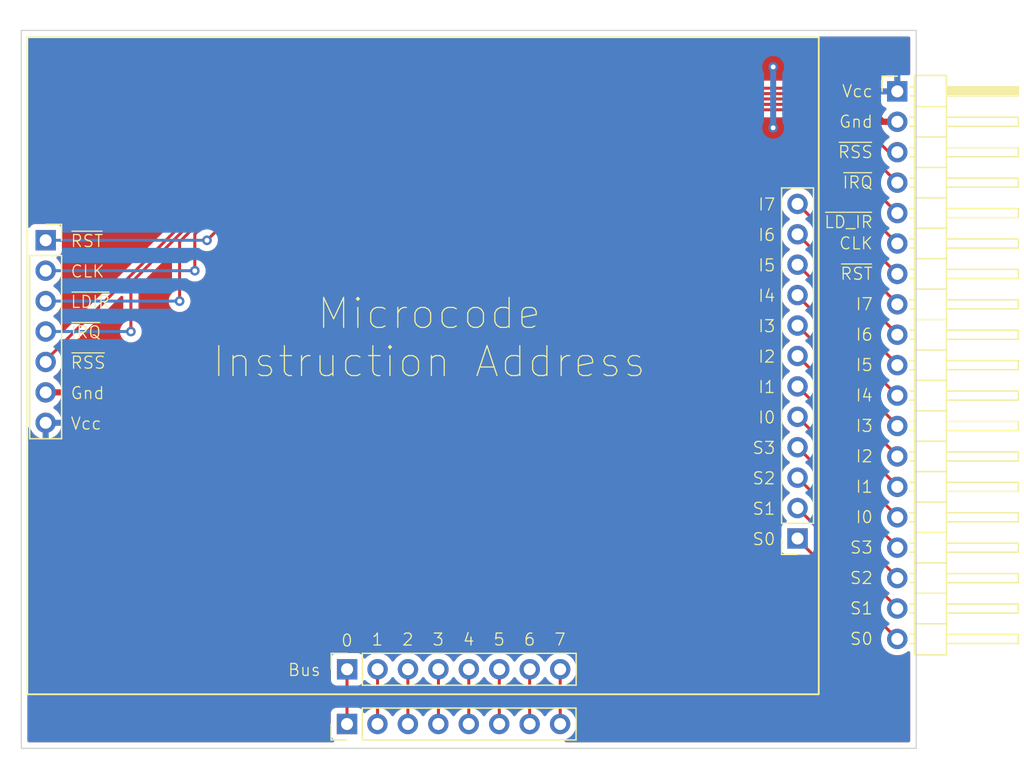
<source format=kicad_pcb>
(kicad_pcb (version 20211014) (generator pcbnew)
  (layers (0 "F.Cu" signal) (31 "B.Cu" signal) (34 "B.Paste" user) (35 "F.Paste" user) (36 "B.SilkS" user "B.Silkscreen") (37 "F.SilkS" user "F.Silkscreen") (38 "B.Mask" user) (39 "F.Mask" user) (44 "Edge.Cuts" user))
  (net 0 "")
  (net 1 "BUS0")
  (net 2 "BUS1")
  (net 3 "BUS2")
  (net 4 "BUS3")
  (net 5 "BUS4")
  (net 6 "BUS5")
  (net 7 "BUS6")
  (net 8 "BUS7")
  (net 9 "STEP0")
  (net 10 "STEP1")
  (net 11 "STEP2")
  (net 12 "STEP3")
  (net 13 "INSTRUCTION0")
  (net 14 "INSTRUCTION1")
  (net 15 "INSTRUCTION2")
  (net 16 "INSTRUCTION3")
  (net 17 "INSTRUCTION4")
  (net 18 "INSTRUCTION5")
  (net 19 "INSTRUCTION6")
  (net 20 "INSTRUCTION7")
  (net 21 "~{RESET}")
  (net 22 "CLOCK")
  (net 23 "~{LD_IR}")
  (net 24 "~{INT_REQUEST}")
  (net 25 "~{RESET_STEP}")
  (net 26 "GND")
  (net 27 "VCC")
  (footprint "Connector_PinSocket_2.54mm:PinSocket_1x12_P2.54mm_Vertical" (layer "F.Cu") (at 176.784 108.463 180)
    (fp_text reference "J3" hide)
    (fp_text value "Conn_01x12" hide)
    (fp_line (start -1.33 29.27) (end 1.33 29.27) (layer "F.SilkS") (width 0.12))
    (fp_line (start -1.33 1.27) (end 1.33 1.27) (layer "F.SilkS") (width 0.12))
    (fp_line (start 1.33 -1.33) (end 1.33 0) (layer "F.SilkS") (width 0.12))
    (fp_line (start 1.33 1.27) (end 1.33 29.27) (layer "F.SilkS") (width 0.12))
    (fp_line (start 0 -1.33) (end 1.33 -1.33) (layer "F.SilkS") (width 0.12))
    (fp_line (start -1.33 1.27) (end -1.33 29.27) (layer "F.SilkS") (width 0.12))
    (pad "1" thru_hole rect locked (at 0 0 180) (size 1.7 1.7) (drill 1) (layers *.Cu *.Mask) (net 9 "STEP0"))
    (pad "2" thru_hole oval locked (at 0 2.54 180) (size 1.7 1.7) (drill 1) (layers *.Cu *.Mask) (net 10 "STEP1"))
    (pad "3" thru_hole oval locked (at 0 5.08 180) (size 1.7 1.7) (drill 1) (layers *.Cu *.Mask) (net 11 "STEP2"))
    (pad "4" thru_hole oval locked (at 0 7.62 180) (size 1.7 1.7) (drill 1) (layers *.Cu *.Mask) (net 12 "STEP3"))
    (pad "5" thru_hole oval locked (at 0 10.16 180) (size 1.7 1.7) (drill 1) (layers *.Cu *.Mask) (net 13 "INSTRUCTION0"))
    (pad "6" thru_hole oval locked (at 0 12.7 180) (size 1.7 1.7) (drill 1) (layers *.Cu *.Mask) (net 14 "INSTRUCTION1"))
    (pad "7" thru_hole oval locked (at 0 15.24 180) (size 1.7 1.7) (drill 1) (layers *.Cu *.Mask) (net 15 "INSTRUCTION2"))
    (pad "8" thru_hole oval locked (at 0 17.78 180) (size 1.7 1.7) (drill 1) (layers *.Cu *.Mask) (net 16 "INSTRUCTION3"))
    (pad "9" thru_hole oval locked (at 0 20.32 180) (size 1.7 1.7) (drill 1) (layers *.Cu *.Mask) (net 17 "INSTRUCTION4"))
    (pad "10" thru_hole oval locked (at 0 22.86 180) (size 1.7 1.7) (drill 1) (layers *.Cu *.Mask) (net 18 "INSTRUCTION5"))
    (pad "11" thru_hole oval locked (at 0 25.4 180) (size 1.7 1.7) (drill 1) (layers *.Cu *.Mask) (net 19 "INSTRUCTION6"))
    (pad "12" thru_hole oval locked (at 0 27.94 180) (size 1.7 1.7) (drill 1) (layers *.Cu *.Mask) (net 20 "INSTRUCTION7"))
  )
  (footprint "Connector_PinSocket_2.54mm:PinSocket_1x07_P2.54mm_Vertical" (layer "F.Cu") (at 114.046 83.561)
    (fp_text reference "J5" hide)
    (fp_text value "Conn_01x07" hide)
    (fp_line (start -1.33 16.57) (end 1.33 16.57) (layer "F.SilkS") (width 0.12))
    (fp_line (start 0 -1.33) (end 1.33 -1.33) (layer "F.SilkS") (width 0.12))
    (fp_line (start -1.33 1.27) (end -1.33 16.57) (layer "F.SilkS") (width 0.12))
    (fp_line (start 1.33 1.27) (end 1.33 16.57) (layer "F.SilkS") (width 0.12))
    (fp_line (start 1.33 -1.33) (end 1.33 0) (layer "F.SilkS") (width 0.12))
    (fp_line (start -1.33 1.27) (end 1.33 1.27) (layer "F.SilkS") (width 0.12))
    (pad "1" thru_hole rect locked (at 0 0) (size 1.7 1.7) (drill 1) (layers *.Cu *.Mask) (net 21 "~{RESET}"))
    (pad "2" thru_hole oval locked (at 0 2.54) (size 1.7 1.7) (drill 1) (layers *.Cu *.Mask) (net 22 "CLOCK"))
    (pad "3" thru_hole oval locked (at 0 5.08) (size 1.7 1.7) (drill 1) (layers *.Cu *.Mask) (net 23 "~{LD_IR}"))
    (pad "4" thru_hole oval locked (at 0 7.62) (size 1.7 1.7) (drill 1) (layers *.Cu *.Mask) (net 24 "~{INT_REQUEST}"))
    (pad "5" thru_hole oval locked (at 0 10.16) (size 1.7 1.7) (drill 1) (layers *.Cu *.Mask) (net 25 "~{RESET_STEP}"))
    (pad "6" thru_hole oval locked (at 0 12.7) (size 1.7 1.7) (drill 1) (layers *.Cu *.Mask) (net 26 "GND"))
    (pad "7" thru_hole oval locked (at 0 15.24) (size 1.7 1.7) (drill 1) (layers *.Cu *.Mask) (net 27 "VCC"))
  )
  (footprint "Connector_PinSocket_2.54mm:PinSocket_1x08_P2.54mm_Vertical" (layer "F.Cu") (at 139.200834 119.38 90)
    (fp_text reference "J2" hide)
    (fp_text value "Conn_01x08" hide)
    (fp_line (start -1.33 1.27) (end -1.33 19.11) (layer "F.SilkS") (width 0.12))
    (fp_line (start 1.33 1.27) (end 1.33 19.11) (layer "F.SilkS") (width 0.12))
    (fp_line (start 1.33 -1.33) (end 1.33 0) (layer "F.SilkS") (width 0.12))
    (fp_line (start 0 -1.33) (end 1.33 -1.33) (layer "F.SilkS") (width 0.12))
    (fp_line (start -1.33 19.11) (end 1.33 19.11) (layer "F.SilkS") (width 0.12))
    (fp_line (start -1.33 1.27) (end 1.33 1.27) (layer "F.SilkS") (width 0.12))
    (pad "1" thru_hole rect locked (at 0 0 90) (size 1.7 1.7) (drill 1) (layers *.Cu *.Mask) (net 1 "BUS0"))
    (pad "2" thru_hole oval locked (at 0 2.54 90) (size 1.7 1.7) (drill 1) (layers *.Cu *.Mask) (net 2 "BUS1"))
    (pad "3" thru_hole oval locked (at 0 5.08 90) (size 1.7 1.7) (drill 1) (layers *.Cu *.Mask) (net 3 "BUS2"))
    (pad "4" thru_hole oval locked (at 0 7.62 90) (size 1.7 1.7) (drill 1) (layers *.Cu *.Mask) (net 4 "BUS3"))
    (pad "5" thru_hole oval locked (at 0 10.16 90) (size 1.7 1.7) (drill 1) (layers *.Cu *.Mask) (net 5 "BUS4"))
    (pad "6" thru_hole oval locked (at 0 12.7 90) (size 1.7 1.7) (drill 1) (layers *.Cu *.Mask) (net 6 "BUS5"))
    (pad "7" thru_hole oval locked (at 0 15.24 90) (size 1.7 1.7) (drill 1) (layers *.Cu *.Mask) (net 7 "BUS6"))
    (pad "8" thru_hole oval locked (at 0 17.78 90) (size 1.7 1.7) (drill 1) (layers *.Cu *.Mask) (net 8 "BUS7"))
  )
  (footprint "Connector_PinHeader_2.54mm:PinHeader_1x08_P2.54mm_Vertical" (layer "F.Cu") (at 139.192 123.952 90)
    (fp_text reference "J1" hide)
    (fp_text value "Conn_01x08" hide)
    (fp_line (start 1.33 1.27) (end 1.33 19.11) (layer "F.SilkS") (width 0.12))
    (fp_line (start -1.33 -1.33) (end 0 -1.33) (layer "F.SilkS") (width 0.12))
    (fp_line (start -1.33 0) (end -1.33 -1.33) (layer "F.SilkS") (width 0.12))
    (fp_line (start -1.33 1.27) (end 1.33 1.27) (layer "F.SilkS") (width 0.12))
    (fp_line (start -1.33 1.27) (end -1.33 19.11) (layer "F.SilkS") (width 0.12))
    (fp_line (start -1.33 19.11) (end 1.33 19.11) (layer "F.SilkS") (width 0.12))
    (pad "1" thru_hole rect locked (at 0 0 90) (size 1.7 1.7) (drill 1) (layers *.Cu *.Mask) (net 1 "BUS0"))
    (pad "2" thru_hole oval locked (at 0 2.54 90) (size 1.7 1.7) (drill 1) (layers *.Cu *.Mask) (net 2 "BUS1"))
    (pad "3" thru_hole oval locked (at 0 5.08 90) (size 1.7 1.7) (drill 1) (layers *.Cu *.Mask) (net 3 "BUS2"))
    (pad "4" thru_hole oval locked (at 0 7.62 90) (size 1.7 1.7) (drill 1) (layers *.Cu *.Mask) (net 4 "BUS3"))
    (pad "5" thru_hole oval locked (at 0 10.16 90) (size 1.7 1.7) (drill 1) (layers *.Cu *.Mask) (net 5 "BUS4"))
    (pad "6" thru_hole oval locked (at 0 12.7 90) (size 1.7 1.7) (drill 1) (layers *.Cu *.Mask) (net 6 "BUS5"))
    (pad "7" thru_hole oval locked (at 0 15.24 90) (size 1.7 1.7) (drill 1) (layers *.Cu *.Mask) (net 7 "BUS6"))
    (pad "8" thru_hole oval locked (at 0 17.78 90) (size 1.7 1.7) (drill 1) (layers *.Cu *.Mask) (net 8 "BUS7"))
  )
  (footprint "Connector_PinHeader_2.54mm:PinHeader_1x19_P2.54mm_Horizontal" (layer "F.Cu") (at 185.109 71.13)
    (fp_text reference "J4" hide)
    (fp_text value "Conn_01x19" hide)
    (fp_line (start 1.042929 23.24) (end 1.44 23.24) (layer "F.SilkS") (width 0.12))
    (fp_line (start 10.1 23.24) (end 4.1 23.24) (layer "F.SilkS") (width 0.12))
    (fp_line (start 10.1 37.72) (end 10.1 38.48) (layer "F.SilkS") (width 0.12))
    (fp_line (start 4.1 37.72) (end 10.1 37.72) (layer "F.SilkS") (width 0.12))
    (fp_line (start 1.042929 20.7) (end 1.44 20.7) (layer "F.SilkS") (width 0.12))
    (fp_line (start 1.042929 28.32) (end 1.44 28.32) (layer "F.SilkS") (width 0.12))
    (fp_line (start 1.44 19.05) (end 4.1 19.05) (layer "F.SilkS") (width 0.12))
    (fp_line (start 10.1 14.86) (end 10.1 15.62) (layer "F.SilkS") (width 0.12))
    (fp_line (start 4.1 14.86) (end 10.1 14.86) (layer "F.SilkS") (width 0.12))
    (fp_line (start 10.1 17.4) (end 10.1 18.16) (layer "F.SilkS") (width 0.12))
    (fp_line (start 1.042929 13.08) (end 1.44 13.08) (layer "F.SilkS") (width 0.12))
    (fp_line (start 1.042929 4.7) (end 1.44 4.7) (layer "F.SilkS") (width 0.12))
    (fp_line (start 1.042929 8) (end 1.44 8) (layer "F.SilkS") (width 0.12))
    (fp_line (start 10.1 0.38) (end 4.1 0.38) (layer "F.SilkS") (width 0.12))
    (fp_line (start 1.042929 38.48) (end 1.44 38.48) (layer "F.SilkS") (width 0.12))
    (fp_line (start 4.1 7.24) (end 10.1 7.24) (layer "F.SilkS") (width 0.12))
    (fp_line (start 10.1 2.92) (end 4.1 2.92) (layer "F.SilkS") (width 0.12))
    (fp_line (start 10.1 30.1) (end 10.1 30.86) (layer "F.SilkS") (width 0.12))
    (fp_line (start 4.1 40.26) (end 10.1 40.26) (layer "F.SilkS") (width 0.12))
    (fp_line (start 10.1 35.94) (end 4.1 35.94) (layer "F.SilkS") (width 0.12))
    (fp_line (start 4.1 -0.2) (end 10.1 -0.2) (layer "F.SilkS") (width 0.12))
    (fp_line (start 1.11 -0.38) (end 1.44 -0.38) (layer "F.SilkS") (width 0.12))
    (fp_line (start 10.1 19.94) (end 10.1 20.7) (layer "F.SilkS") (width 0.12))
    (fp_line (start 10.1 41.02) (end 4.1 41.02) (layer "F.SilkS") (width 0.12))
    (fp_line (start 10.1 7.24) (end 10.1 8) (layer "F.SilkS") (width 0.12))
    (fp_line (start 10.1 45.34) (end 10.1 46.1) (layer "F.SilkS") (width 0.12))
    (fp_line (start 10.1 35.18) (end 10.1 35.94) (layer "F.SilkS") (width 0.12))
    (fp_line (start 10.1 22.48) (end 10.1 23.24) (layer "F.SilkS") (width 0.12))
    (fp_line (start 1.042929 22.48) (end 1.44 22.48) (layer "F.SilkS") (width 0.12))
    (fp_line (start 4.1 0.04) (end 10.1 0.04) (layer "F.SilkS") (width 0.12))
    (fp_line (start 10.1 9.78) (end 10.1 10.54) (layer "F.SilkS") (width 0.12))
    (fp_line (start 1.042929 35.18) (end 1.44 35.18) (layer "F.SilkS") (width 0.12))
    (fp_line (start 4.1 42.8) (end 10.1 42.8) (layer "F.SilkS") (width 0.12))
    (fp_line (start 4.1 22.48) (end 10.1 22.48) (layer "F.SilkS") (width 0.12))
    (fp_line (start 4.1 -0.38) (end 10.1 -0.38) (layer "F.SilkS") (width 0.12))
    (fp_line (start 4.1 25.02) (end 10.1 25.02) (layer "F.SilkS") (width 0.12))
    (fp_line (start 4.1 9.78) (end 10.1 9.78) (layer "F.SilkS") (width 0.12))
    (fp_line (start 10.1 5.46) (end 4.1 5.46) (layer "F.SilkS") (width 0.12))
    (fp_line (start 4.1 32.64) (end 10.1 32.64) (layer "F.SilkS") (width 0.12))
    (fp_line (start 10.1 43.56) (end 4.1 43.56) (layer "F.SilkS") (width 0.12))
    (fp_line (start 1.44 39.37) (end 4.1 39.37) (layer "F.SilkS") (width 0.12))
    (fp_line (start 1.042929 18.16) (end 1.44 18.16) (layer "F.SilkS") (width 0.12))
    (fp_line (start 10.1 38.48) (end 4.1 38.48) (layer "F.SilkS") (width 0.12))
    (fp_line (start 4.1 30.1) (end 10.1 30.1) (layer "F.SilkS") (width 0.12))
    (fp_line (start 10.1 15.62) (end 4.1 15.62) (layer "F.SilkS") (width 0.12))
    (fp_line (start -1.27 0) (end -1.27 -1.27) (layer "F.SilkS") (width 0.12))
    (fp_line (start 10.1 42.8) (end 10.1 43.56) (layer "F.SilkS") (width 0.12))
    (fp_line (start 4.1 19.94) (end 10.1 19.94) (layer "F.SilkS") (width 0.12))
    (fp_line (start 1.44 11.43) (end 4.1 11.43) (layer "F.SilkS") (width 0.12))
    (fp_line (start 1.042929 14.86) (end 1.44 14.86) (layer "F.SilkS") (width 0.12))
    (fp_line (start 4.1 4.7) (end 10.1 4.7) (layer "F.SilkS") (width 0.12))
    (fp_line (start 1.042929 5.46) (end 1.44 5.46) (layer "F.SilkS") (width 0.12))
    (fp_line (start 1.44 41.91) (end 4.1 41.91) (layer "F.SilkS") (width 0.12))
    (fp_line (start 10.1 20.7) (end 4.1 20.7) (layer "F.SilkS") (width 0.12))
    (fp_line (start 1.042929 35.94) (end 1.44 35.94) (layer "F.SilkS") (width 0.12))
    (fp_line (start 1.042929 12.32) (end 1.44 12.32) (layer "F.SilkS") (width 0.12))
    (fp_line (start 10.1 13.08) (end 4.1 13.08) (layer "F.SilkS") (width 0.12))
    (fp_line (start 1.44 8.89) (end 4.1 8.89) (layer "F.SilkS") (width 0.12))
    (fp_line (start 10.1 40.26) (end 10.1 41.02) (layer "F.SilkS") (width 0.12))
    (fp_line (start 1.042929 45.34) (end 1.44 45.34) (layer "F.SilkS") (width 0.12))
    (fp_line (start 1.44 1.27) (end 4.1 1.27) (layer "F.SilkS") (width 0.12))
    (fp_line (start 1.042929 32.64) (end 1.44 32.64) (layer "F.SilkS") (width 0.12))
    (fp_line (start 10.1 33.4) (end 4.1 33.4) (layer "F.SilkS") (width 0.12))
    (fp_line (start 1.042929 17.4) (end 1.44 17.4) (layer "F.SilkS") (width 0.12))
    (fp_line (start 10.1 4.7) (end 10.1 5.46) (layer "F.SilkS") (width 0.12))
    (fp_line (start 1.44 21.59) (end 4.1 21.59) (layer "F.SilkS") (width 0.12))
    (fp_line (start 4.1 45.34) (end 10.1 45.34) (layer "F.SilkS") (width 0.12))
    (fp_line (start 10.1 32.64) (end 10.1 33.4) (layer "F.SilkS") (width 0.12))
    (fp_line (start 10.1 25.02) (end 10.1 25.78) (layer "F.SilkS") (width 0.12))
    (fp_line (start 4.1 -1.33) (end 1.44 -1.33) (layer "F.SilkS") (width 0.12))
    (fp_line (start 1.44 29.21) (end 4.1 29.21) (layer "F.SilkS") (width 0.12))
    (fp_line (start 1.042929 42.8) (end 1.44 42.8) (layer "F.SilkS") (width 0.12))
    (fp_line (start 1.042929 15.62) (end 1.44 15.62) (layer "F.SilkS") (width 0.12))
    (fp_line (start 4.1 -0.32) (end 10.1 -0.32) (layer "F.SilkS") (width 0.12))
    (fp_line (start 1.44 36.83) (end 4.1 36.83) (layer "F.SilkS") (width 0.12))
    (fp_line (start 1.44 -1.33) (end 1.44 47.05) (layer "F.SilkS") (width 0.12))
    (fp_line (start 4.1 0.16) (end 10.1 0.16) (layer "F.SilkS") (width 0.12))
    (fp_line (start 1.44 13.97) (end 4.1 13.97) (layer "F.SilkS") (width 0.12))
    (fp_line (start 1.44 26.67) (end 4.1 26.67) (layer "F.SilkS") (width 0.12))
    (fp_line (start 1.042929 10.54) (end 1.44 10.54) (layer "F.SilkS") (width 0.12))
    (fp_line (start 1.042929 30.1) (end 1.44 30.1) (layer "F.SilkS") (width 0.12))
    (fp_line (start -1.27 -1.27) (end 0 -1.27) (layer "F.SilkS") (width 0.12))
    (fp_line (start 1.042929 2.16) (end 1.44 2.16) (layer "F.SilkS") (width 0.12))
    (fp_line (start 10.1 25.78) (end 4.1 25.78) (layer "F.SilkS") (width 0.12))
    (fp_line (start 1.44 34.29) (end 4.1 34.29) (layer "F.SilkS") (width 0.12))
    (fp_line (start 4.1 17.4) (end 10.1 17.4) (layer "F.SilkS") (width 0.12))
    (fp_line (start 1.042929 25.78) (end 1.44 25.78) (layer "F.SilkS") (width 0.12))
    (fp_line (start 10.1 30.86) (end 4.1 30.86) (layer "F.SilkS") (width 0.12))
    (fp_line (start 10.1 8) (end 4.1 8) (layer "F.SilkS") (width 0.12))
    (fp_line (start 1.042929 46.1) (end 1.44 46.1) (layer "F.SilkS") (width 0.12))
    (fp_line (start 1.44 16.51) (end 4.1 16.51) (layer "F.SilkS") (width 0.12))
    (fp_line (start 4.1 0.28) (end 10.1 0.28) (layer "F.SilkS") (width 0.12))
    (fp_line (start 10.1 10.54) (end 4.1 10.54) (layer "F.SilkS") (width 0.12))
    (fp_line (start 1.042929 40.26) (end 1.44 40.26) (layer "F.SilkS") (width 0.12))
    (fp_line (start 10.1 28.32) (end 4.1 28.32) (layer "F.SilkS") (width 0.12))
    (fp_line (start 1.042929 9.78) (end 1.44 9.78) (layer "F.SilkS") (width 0.12))
    (fp_line (start 4.1 2.16) (end 10.1 2.16) (layer "F.SilkS") (width 0.12))
    (fp_line (start 1.44 47.05) (end 4.1 47.05) (layer "F.SilkS") (width 0.12))
    (fp_line (start 1.44 31.75) (end 4.1 31.75) (layer "F.SilkS") (width 0.12))
    (fp_line (start 1.042929 43.56) (end 1.44 43.56) (layer "F.SilkS") (width 0.12))
    (fp_line (start 4.1 -0.08) (end 10.1 -0.08) (layer "F.SilkS") (width 0.12))
    (fp_line (start 1.042929 41.02) (end 1.44 41.02) (layer "F.SilkS") (width 0.12))
    (fp_line (start 1.042929 30.86) (end 1.44 30.86) (layer "F.SilkS") (width 0.12))
    (fp_line (start 1.042929 25.02) (end 1.44 25.02) (layer "F.SilkS") (width 0.12))
    (fp_line (start 1.44 3.81) (end 4.1 3.81) (layer "F.SilkS") (width 0.12))
    (fp_line (start 1.042929 19.94) (end 1.44 19.94) (layer "F.SilkS") (width 0.12))
    (fp_line (start 10.1 12.32) (end 10.1 13.08) (layer "F.SilkS") (width 0.12))
    (fp_line (start 1.44 24.13) (end 4.1 24.13) (layer "F.SilkS") (width 0.12))
    (fp_line (start 10.1 -0.38) (end 10.1 0.38) (layer "F.SilkS") (width 0.12))
    (fp_line (start 1.042929 2.92) (end 1.44 2.92) (layer "F.SilkS") (width 0.12))
    (fp_line (start 1.44 44.45) (end 4.1 44.45) (layer "F.SilkS") (width 0.12))
    (fp_line (start 4.1 35.18) (end 10.1 35.18) (layer "F.SilkS") (width 0.12))
    (fp_line (start 4.1 27.56) (end 10.1 27.56) (layer "F.SilkS") (width 0.12))
    (fp_line (start 1.042929 27.56) (end 1.44 27.56) (layer "F.SilkS") (width 0.12))
    (fp_line (start 1.042929 33.4) (end 1.44 33.4) (layer "F.SilkS") (width 0.12))
    (fp_line (start 10.1 46.1) (end 4.1 46.1) (layer "F.SilkS") (width 0.12))
    (fp_line (start 10.1 2.16) (end 10.1 2.92) (layer "F.SilkS") (width 0.12))
    (fp_line (start 1.042929 7.24) (end 1.44 7.24) (layer "F.SilkS") (width 0.12))
    (fp_line (start 1.042929 37.72) (end 1.44 37.72) (layer "F.SilkS") (width 0.12))
    (fp_line (start 4.1 47.05) (end 4.1 -1.33) (layer "F.SilkS") (width 0.12))
    (fp_line (start 10.1 18.16) (end 4.1 18.16) (layer "F.SilkS") (width 0.12))
    (fp_line (start 4.1 12.32) (end 10.1 12.32) (layer "F.SilkS") (width 0.12))
    (fp_line (start 1.44 6.35) (end 4.1 6.35) (layer "F.SilkS") (width 0.12))
    (fp_line (start 10.1 27.56) (end 10.1 28.32) (layer "F.SilkS") (width 0.12))
    (fp_line (start 1.11 0.38) (end 1.44 0.38) (layer "F.SilkS") (width 0.12))
    (pad "1" thru_hole rect locked (at 0 0) (size 1.7 1.7) (drill 1) (layers *.Cu *.Mask) (net 27 "VCC"))
    (pad "2" thru_hole oval locked (at 0 2.54) (size 1.7 1.7) (drill 1) (layers *.Cu *.Mask) (net 26 "GND"))
    (pad "3" thru_hole oval locked (at 0 5.08) (size 1.7 1.7) (drill 1) (layers *.Cu *.Mask) (net 25 "~{RESET_STEP}"))
    (pad "4" thru_hole oval locked (at 0 7.62) (size 1.7 1.7) (drill 1) (layers *.Cu *.Mask) (net 24 "~{INT_REQUEST}"))
    (pad "5" thru_hole oval locked (at 0 10.16) (size 1.7 1.7) (drill 1) (layers *.Cu *.Mask) (net 23 "~{LD_IR}"))
    (pad "6" thru_hole oval locked (at 0 12.7) (size 1.7 1.7) (drill 1) (layers *.Cu *.Mask) (net 22 "CLOCK"))
    (pad "7" thru_hole oval locked (at 0 15.24) (size 1.7 1.7) (drill 1) (layers *.Cu *.Mask) (net 21 "~{RESET}"))
    (pad "8" thru_hole oval locked (at 0 17.78) (size 1.7 1.7) (drill 1) (layers *.Cu *.Mask) (net 20 "INSTRUCTION7"))
    (pad "9" thru_hole oval locked (at 0 20.32) (size 1.7 1.7) (drill 1) (layers *.Cu *.Mask) (net 19 "INSTRUCTION6"))
    (pad "10" thru_hole oval locked (at 0 22.86) (size 1.7 1.7) (drill 1) (layers *.Cu *.Mask) (net 18 "INSTRUCTION5"))
    (pad "11" thru_hole oval locked (at 0 25.4) (size 1.7 1.7) (drill 1) (layers *.Cu *.Mask) (net 17 "INSTRUCTION4"))
    (pad "12" thru_hole oval locked (at 0 27.94) (size 1.7 1.7) (drill 1) (layers *.Cu *.Mask) (net 16 "INSTRUCTION3"))
    (pad "13" thru_hole oval locked (at 0 30.48) (size 1.7 1.7) (drill 1) (layers *.Cu *.Mask) (net 15 "INSTRUCTION2"))
    (pad "14" thru_hole oval locked (at 0 33.02) (size 1.7 1.7) (drill 1) (layers *.Cu *.Mask) (net 14 "INSTRUCTION1"))
    (pad "15" thru_hole oval locked (at 0 35.56) (size 1.7 1.7) (drill 1) (layers *.Cu *.Mask) (net 13 "INSTRUCTION0"))
    (pad "16" thru_hole oval locked (at 0 38.1) (size 1.7 1.7) (drill 1) (layers *.Cu *.Mask) (net 12 "STEP3"))
    (pad "17" thru_hole oval locked (at 0 40.64) (size 1.7 1.7) (drill 1) (layers *.Cu *.Mask) (net 11 "STEP2"))
    (pad "18" thru_hole oval locked (at 0 43.18) (size 1.7 1.7) (drill 1) (layers *.Cu *.Mask) (net 10 "STEP1"))
    (pad "19" thru_hole oval locked (at 0 45.72) (size 1.7 1.7) (drill 1) (layers *.Cu *.Mask) (net 9 "STEP0"))
  )
  (gr_rect (start 112.515834 66.606647) (end 178.555834 121.470647) (layer "F.SilkS") (width 0.15) (fill none))
  (gr_rect (start 186.69 66.04) (end 112.014 125.984) (layer "Edge.Cuts") (width 0.1) (fill none))
  (gr_text "S1" (at 183.134 114.3) (layer "F.SilkS") (effects (font (size 1 1) (thickness 0.1)) (justify right)))
  (gr_text "S0" (at 183.134 116.84) (layer "F.SilkS") (effects (font (size 1 1) (thickness 0.1)) (justify right)))
  (gr_text "6" (at 154.425834 116.898647) (layer "F.SilkS") (effects (font (size 1 1) (thickness 0.1))))
  (gr_text "Vcc" (at 116.071834 98.864647) (layer "F.SilkS") (effects (font (size 1 1) (thickness 0.1)) (justify left)))
  (gr_text "~{IRQ}" (at 116.071834 91.244647) (layer "F.SilkS") (effects (font (size 1 1) (thickness 0.1)) (justify left)))
  (gr_text "Gnd" (at 116.071834 96.324647) (layer "F.SilkS") (effects (font (size 1 1) (thickness 0.1)) (justify left)))
  (gr_text "I4" (at 183.134 96.52) (layer "F.SilkS") (effects (font (size 1 1) (thickness 0.1)) (justify right)))
  (gr_text "I7" (at 174.999834 80.576647) (layer "F.SilkS") (effects (font (size 1 1) (thickness 0.1)) (justify right)))
  (gr_text "4" (at 149.345834 116.898647) (layer "F.SilkS") (effects (font (size 1 1) (thickness 0.1))))
  (gr_text "I4" (at 174.999834 88.196647) (layer "F.SilkS") (effects (font (size 1 1) (thickness 0.1)) (justify right)))
  (gr_text "I5" (at 183.134 93.98) (layer "F.SilkS") (effects (font (size 1 1) (thickness 0.1)) (justify right)))
  (gr_text "I0" (at 174.999834 98.356647) (layer "F.SilkS") (effects (font (size 1 1) (thickness 0.1)) (justify right)))
  (gr_text "3" (at 146.805834 116.898647) (layer "F.SilkS") (effects (font (size 1 1) (thickness 0.1))))
  (gr_text "~{IRQ}" (at 183.134 78.74) (layer "F.SilkS") (effects (font (size 1 1) (thickness 0.1)) (justify right)))
  (gr_text "S2" (at 183.134 111.76) (layer "F.SilkS") (effects (font (size 1 1) (thickness 0.1)) (justify right)))
  (gr_text "~{RSS}" (at 183.134 76.2) (layer "F.SilkS") (effects (font (size 1 1) (thickness 0.1)) (justify right)))
  (gr_text "I5" (at 174.999834 85.656647) (layer "F.SilkS") (effects (font (size 1 1) (thickness 0.1)) (justify right)))
  (gr_text "I7" (at 183.134 88.9) (layer "F.SilkS") (effects (font (size 1 1) (thickness 0.1)) (justify right)))
  (gr_text "1" (at 141.725834 116.898647) (layer "F.SilkS") (effects (font (size 1 1) (thickness 0.1))))
  (gr_text "5" (at 151.885834 116.898647) (layer "F.SilkS") (effects (font (size 1 1) (thickness 0.1))))
  (gr_text "S0" (at 174.999834 108.516647) (layer "F.SilkS") (effects (font (size 1 1) (thickness 0.1)) (justify right)))
  (gr_text "CLK" (at 116.071834 86.164647) (layer "F.SilkS") (effects (font (size 1 1) (thickness 0.1)) (justify left)))
  (gr_text "I6" (at 183.134 91.44) (layer "F.SilkS") (effects (font (size 1 1) (thickness 0.1)) (justify right)))
  (gr_text "Microcode\nInstruction Address" (at 146.05 91.694) (layer "F.SilkS") (effects (font (size 2.5 2.5) (thickness 0.1))))
  (gr_text "I2" (at 174.999834 93.276647) (layer "F.SilkS") (effects (font (size 1 1) (thickness 0.1)) (justify right)))
  (gr_text "I6" (at 174.999834 83.116647) (layer "F.SilkS") (effects (font (size 1 1) (thickness 0.1)) (justify right)))
  (gr_text "2" (at 144.265834 116.898647) (layer "F.SilkS") (effects (font (size 1 1) (thickness 0.1))))
  (gr_text "~{RSS}" (at 116.071834 93.784647) (layer "F.SilkS") (effects (font (size 1 1) (thickness 0.1)) (justify left)))
  (gr_text "0" (at 139.185834 116.898647 180) (layer "F.SilkS") (effects (font (size 1 1) (thickness 0.1))))
  (gr_text "Bus" (at 135.629834 119.438647) (layer "F.SilkS") (effects (font (size 1 1) (thickness 0.1))))
  (gr_text "~{LD_IR}" (at 183.134 82.042) (layer "F.SilkS") (effects (font (size 1 1) (thickness 0.1)) (justify right)))
  (gr_text "~{LDIR}" (at 116.071834 88.704647) (layer "F.SilkS") (effects (font (size 1 1) (thickness 0.1)) (justify left)))
  (gr_text "~{RST}" (at 116.071834 83.624647) (layer "F.SilkS") (effects (font (size 1 1) (thickness 0.1)) (justify left)))
  (gr_text "Gnd" (at 183.134 73.66) (layer "F.SilkS") (effects (font (size 1 1) (thickness 0.1)) (justify right)))
  (gr_text "S3" (at 174.999834 100.896647) (layer "F.SilkS") (effects (font (size 1 1) (thickness 0.1)) (justify right)))
  (gr_text "S2" (at 174.999834 103.436647) (layer "F.SilkS") (effects (font (size 1 1) (thickness 0.1)) (justify right)))
  (gr_text "7" (at 156.965834 116.898647) (layer "F.SilkS") (effects (font (size 1 1) (thickness 0.1))))
  (gr_text "I3" (at 174.999834 90.736647) (layer "F.SilkS") (effects (font (size 1 1) (thickness 0.1)) (justify right)))
  (gr_text "I1" (at 174.999834 95.816647) (layer "F.SilkS") (effects (font (size 1 1) (thickness 0.1)) (justify right)))
  (gr_text "S1" (at 174.999834 105.976647) (layer "F.SilkS") (effects (font (size 1 1) (thickness 0.1)) (justify right)))
  (gr_text "S3" (at 183.134 109.22) (layer "F.SilkS") (effects (font (size 1 1) (thickness 0.1)) (justify right)))
  (gr_text "I1" (at 183.134 104.14) (layer "F.SilkS") (effects (font (size 1 1) (thickness 0.1)) (justify right)))
  (gr_text "~{RST}" (at 183.134 86.36) (layer "F.SilkS") (effects (font (size 1 1) (thickness 0.1)) (justify right)))
  (gr_text "I3" (at 183.134 99.06) (layer "F.SilkS") (effects (font (size 1 1) (thickness 0.1)) (justify right)))
  (gr_text "I0" (at 183.134 106.68) (layer "F.SilkS") (effects (font (size 1 1) (thickness 0.1)) (justify right)))
  (gr_text "I2" (at 183.134 101.6) (layer "F.SilkS") (effects (font (size 1 1) (thickness 0.1)) (justify right)))
  (gr_text "CLK" (at 183.134 83.82) (layer "F.SilkS") (effects (font (size 1 1) (thickness 0.1)) (justify right)))
  (gr_text "Vcc" (at 183.134 71.12) (layer "F.SilkS") (effects (font (size 1 1) (thickness 0.1)) (justify right)))
  (segment (start 139.192 123.952) (end 139.192 119.388834) (width 0.25) (layer "F.Cu") (net 1))
  (segment (start 139.192 119.388834) (end 139.200834 119.38) (width 0.25) (layer "F.Cu") (net 1))
  (segment (start 141.740834 119.38) (end 141.740834 123.943166) (width 0.25) (layer "F.Cu") (net 2))
  (segment (start 141.740834 123.943166) (end 141.732 123.952) (width 0.25) (layer "F.Cu") (net 2))
  (segment (start 144.272 123.952) (end 144.272 119.388834) (width 0.25) (layer "F.Cu") (net 3))
  (segment (start 144.272 119.388834) (end 144.280834 119.38) (width 0.25) (layer "F.Cu") (net 3))
  (segment (start 146.820834 123.943166) (end 146.812 123.952) (width 0.25) (layer "F.Cu") (net 4))
  (segment (start 146.820834 119.38) (end 146.820834 123.943166) (width 0.25) (layer "F.Cu") (net 4))
  (segment (start 149.352 123.952) (end 149.352 119.388834) (width 0.25) (layer "F.Cu") (net 5))
  (segment (start 149.352 119.388834) (end 149.360834 119.38) (width 0.25) (layer "F.Cu") (net 5))
  (segment (start 151.900834 123.943166) (end 151.892 123.952) (width 0.25) (layer "F.Cu") (net 6))
  (segment (start 151.900834 119.38) (end 151.900834 123.943166) (width 0.25) (layer "F.Cu") (net 6))
  (segment (start 154.432 119.388834) (end 154.440834 119.38) (width 0.25) (layer "F.Cu") (net 7))
  (segment (start 154.432 123.952) (end 154.432 119.388834) (width 0.25) (layer "F.Cu") (net 7))
  (segment (start 156.980834 123.943166) (end 156.972 123.952) (width 0.25) (layer "F.Cu") (net 8))
  (segment (start 156.980834 119.38) (end 156.980834 123.943166) (width 0.25) (layer "F.Cu") (net 8))
  (segment (start 176.784 108.525) (end 185.109 116.85) (width 0.25) (layer "F.Cu") (net 9))
  (segment (start 176.784 108.463) (end 176.784 108.525) (width 0.25) (layer "F.Cu") (net 9))
  (segment (start 185.109 114.248) (end 185.109 114.31) (width 0.25) (layer "F.Cu") (net 10))
  (segment (start 176.784 105.923) (end 185.109 114.248) (width 0.25) (layer "F.Cu") (net 10))
  (segment (start 176.784 103.383) (end 185.109 111.708) (width 0.25) (layer "F.Cu") (net 11))
  (segment (start 185.109 111.708) (end 185.109 111.77) (width 0.25) (layer "F.Cu") (net 11))
  (segment (start 176.784 100.843) (end 185.109 109.168) (width 0.25) (layer "F.Cu") (net 12))
  (segment (start 185.109 109.168) (end 185.109 109.23) (width 0.25) (layer "F.Cu") (net 12))
  (segment (start 185.109 106.628) (end 185.109 106.69) (width 0.25) (layer "F.Cu") (net 13))
  (segment (start 176.784 98.303) (end 185.109 106.628) (width 0.25) (layer "F.Cu") (net 13))
  (segment (start 176.784 95.763) (end 185.109 104.088) (width 0.25) (layer "F.Cu") (net 14))
  (segment (start 185.109 104.088) (end 185.109 104.15) (width 0.25) (layer "F.Cu") (net 14))
  (segment (start 185.109 101.548) (end 185.109 101.61) (width 0.25) (layer "F.Cu") (net 15))
  (segment (start 176.784 93.223) (end 185.109 101.548) (width 0.25) (layer "F.Cu") (net 15))
  (segment (start 185.109 99.008) (end 185.109 99.07) (width 0.25) (layer "F.Cu") (net 16))
  (segment (start 176.784 90.683) (end 185.109 99.008) (width 0.25) (layer "F.Cu") (net 16))
  (segment (start 185.109 96.53) (end 176.784 88.205) (width 0.25) (layer "F.Cu") (net 17))
  (segment (start 176.784 88.205) (end 176.784 88.143) (width 0.25) (layer "F.Cu") (net 17))
  (segment (start 185.109 93.928) (end 185.109 93.99) (width 0.25) (layer "F.Cu") (net 18))
  (segment (start 176.784 85.603) (end 185.109 93.928) (width 0.25) (layer "F.Cu") (net 18))
  (segment (start 176.784 83.063) (end 185.109 91.388) (width 0.25) (layer "F.Cu") (net 19))
  (segment (start 185.109 91.388) (end 185.109 91.45) (width 0.25) (layer "F.Cu") (net 19))
  (segment (start 176.784 80.523) (end 185.109 88.848) (width 0.25) (layer "F.Cu") (net 20))
  (segment (start 185.109 88.848) (end 185.109 88.91) (width 0.25) (layer "F.Cu") (net 20))
  (segment (start 181.102 75.440816) (end 181.102 82.363) (width 0.25) (layer "F.Cu") (net 21))
  (segment (start 178.325228 72.664044) (end 181.102 75.440816) (width 0.25) (layer "F.Cu") (net 21))
  (segment (start 181.102 82.363) (end 185.109 86.37) (width 0.25) (layer "F.Cu") (net 21))
  (segment (start 127.508 83.566) (end 138.409956 72.664044) (width 0.25) (layer "F.Cu") (net 21))
  (segment (start 138.409956 72.664044) (end 178.325228 72.664044) (width 0.25) (layer "F.Cu") (net 21))
  (via (at 127.508 83.566) (size 0.8) (drill 0.4) (layers "F.Cu" "B.Cu") (net 21))
  (segment (start 127.503 83.561) (end 127.508 83.566) (width 0.25) (layer "B.Cu") (net 21))
  (segment (start 114.046 83.561) (end 127.503 83.561) (width 0.25) (layer "B.Cu") (net 21))
  (segment (start 126.492 86.106) (end 126.492 83.058) (width 0.25) (layer "F.Cu") (net 22))
  (segment (start 181.551511 75.254623) (end 181.551511 80.272511) (width 0.25) (layer "F.Cu") (net 22))
  (segment (start 137.335467 72.214533) (end 178.511421 72.214533) (width 0.25) (layer "F.Cu") (net 22))
  (segment (start 178.511421 72.214533) (end 181.551511 75.254623) (width 0.25) (layer "F.Cu") (net 22))
  (segment (start 126.492 83.058) (end 137.335467 72.214533) (width 0.25) (layer "F.Cu") (net 22))
  (segment (start 181.551511 80.272511) (end 185.109 83.83) (width 0.25) (layer "F.Cu") (net 22))
  (via (at 126.492 86.106) (size 0.8) (drill 0.4) (layers "F.Cu" "B.Cu") (net 22))
  (segment (start 126.487 86.101) (end 114.046 86.101) (width 0.25) (layer "B.Cu") (net 22))
  (segment (start 126.492 86.106) (end 126.487 86.101) (width 0.25) (layer "B.Cu") (net 22))
  (segment (start 125.222 88.646) (end 125.222 83.692296) (width 0.25) (layer "F.Cu") (net 23))
  (segment (start 125.222 83.692296) (end 137.149274 71.765022) (width 0.25) (layer "F.Cu") (net 23))
  (segment (start 182.001022 78.182022) (end 185.109 81.29) (width 0.25) (layer "F.Cu") (net 23))
  (segment (start 137.149274 71.765022) (end 178.697614 71.765022) (width 0.25) (layer "F.Cu") (net 23))
  (segment (start 182.001022 75.06843) (end 182.001022 78.182022) (width 0.25) (layer "F.Cu") (net 23))
  (segment (start 178.697614 71.765022) (end 182.001022 75.06843) (width 0.25) (layer "F.Cu") (net 23))
  (via (at 125.222 88.646) (size 0.8) (drill 0.4) (layers "F.Cu" "B.Cu") (net 23))
  (segment (start 125.222 88.646) (end 125.217 88.641) (width 0.25) (layer "B.Cu") (net 23))
  (segment (start 125.217 88.641) (end 114.046 88.641) (width 0.25) (layer "B.Cu") (net 23))
  (segment (start 182.450532 76.091532) (end 185.109 78.75) (width 0.25) (layer "F.Cu") (net 24))
  (segment (start 136.963081 71.315511) (end 178.883807 71.315511) (width 0.25) (layer "F.Cu") (net 24))
  (segment (start 121.158 87.120592) (end 136.963081 71.315511) (width 0.25) (layer "F.Cu") (net 24))
  (segment (start 121.158 91.186) (end 121.158 87.120592) (width 0.25) (layer "F.Cu") (net 24))
  (segment (start 178.883807 71.315511) (end 182.450532 74.882236) (width 0.25) (layer "F.Cu") (net 24))
  (segment (start 182.450532 74.882236) (end 182.450532 76.091532) (width 0.25) (layer "F.Cu") (net 24))
  (via (at 121.158 91.186) (size 0.8) (drill 0.4) (layers "F.Cu" "B.Cu") (net 24))
  (segment (start 121.158 91.186) (end 121.153 91.181) (width 0.25) (layer "B.Cu") (net 24))
  (segment (start 121.153 91.181) (end 114.046 91.181) (width 0.25) (layer "B.Cu") (net 24))
  (segment (start 179.07 70.866) (end 136.776889 70.866) (width 0.25) (layer "F.Cu") (net 25))
  (segment (start 185.109 76.21) (end 184.414 76.21) (width 0.25) (layer "F.Cu") (net 25))
  (segment (start 184.414 76.21) (end 179.07 70.866) (width 0.25) (layer "F.Cu") (net 25))
  (segment (start 136.776889 70.866) (end 114.046 93.596889) (width 0.25) (layer "F.Cu") (net 25))
  (segment (start 114.046 93.596889) (end 114.046 93.721) (width 0.25) (layer "F.Cu") (net 25))
  (segment (start 182.626 72.39) (end 179.324 69.088) (width 0.5) (layer "F.Cu") (net 26))
  (segment (start 185.109 73.67) (end 183.906 73.67) (width 0.5) (layer "F.Cu") (net 26))
  (segment (start 179.324 69.088) (end 174.752 69.088) (width 0.5) (layer "F.Cu") (net 26))
  (segment (start 183.906 73.67) (end 182.626 72.39) (width 0.5) (layer "F.Cu") (net 26))
  (via (at 174.752 74.168) (size 0.8) (drill 0.4) (layers "F.Cu" "B.Cu") (net 26))
  (via (at 174.752 69.088) (size 0.8) (drill 0.4) (layers "F.Cu" "B.Cu") (net 26))
  (segment (start 174.752 69.088) (end 174.752 74.168) (width 0.5) (layer "B.Cu") (net 26))
  (zone (net 26) (net_name "GND") (layer "F.Cu") (connect_pads (clearance 0.508)) (min_thickness 0.254) (fill yes (thermal_gap 0.508) (thermal_bridge_width 0.508))
    (polygon (pts (xy 188.214 127.762) (xy 110.998 127.254) (xy 110.998 64.77) (xy 188.722 64.77)))
  )
  (zone (net 27) (net_name "VCC") (layer "B.Cu") (connect_pads (clearance 0.508)) (min_thickness 0.254) (fill yes (thermal_gap 0.508) (thermal_bridge_width 0.508))
    (polygon (pts (xy 188.722 128.778) (xy 110.236 128.016) (xy 110.236 64.262) (xy 190.5 63.5)))
  )
)
</source>
